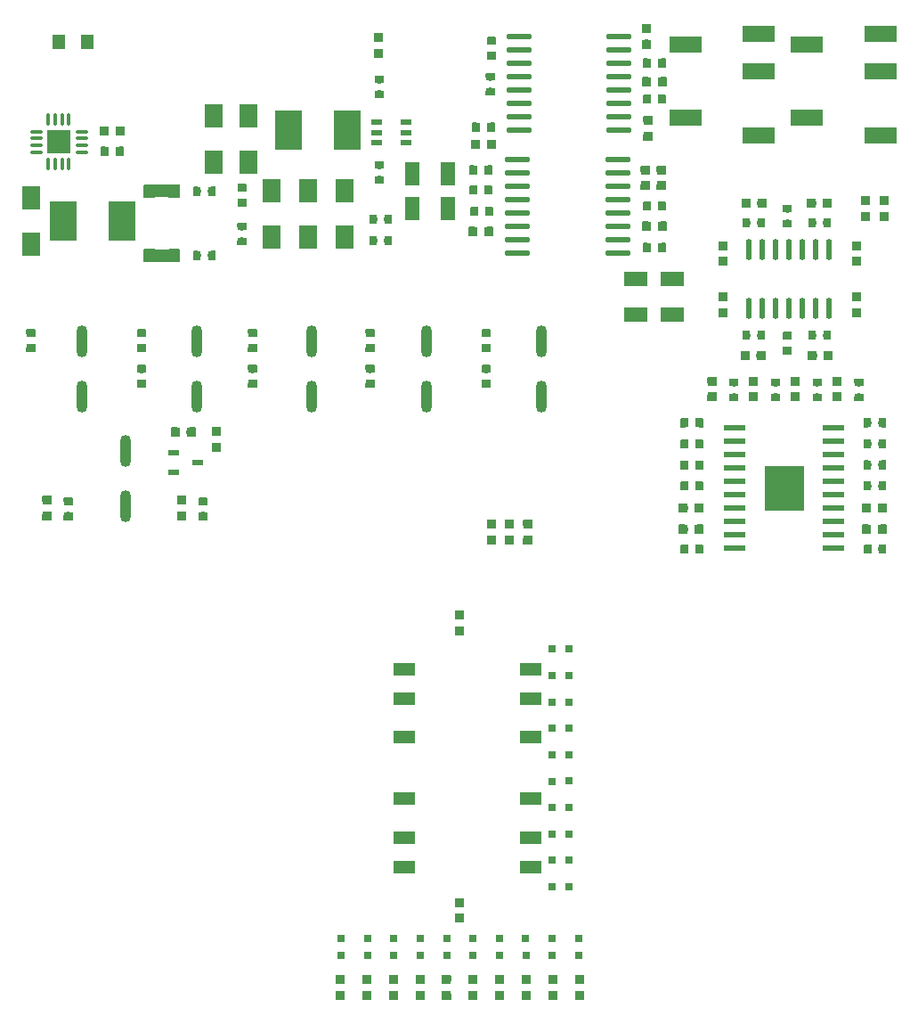
<source format=gtp>
G04*
G04 #@! TF.GenerationSoftware,Altium Limited,Altium Designer,20.2.6 (244)*
G04*
G04 Layer_Color=8421504*
%FSLAX24Y24*%
%MOIN*%
G70*
G04*
G04 #@! TF.SameCoordinates,B6A14326-B2C9-468C-B45E-93355CF85A49*
G04*
G04*
G04 #@! TF.FilePolarity,Positive*
G04*
G01*
G75*
%ADD19R,0.0874X0.0580*%
%ADD20R,0.0340X0.0318*%
%ADD21R,0.0984X0.1496*%
%ADD22R,0.0669X0.0860*%
%ADD23R,0.0315X0.0354*%
%ADD24R,0.0318X0.0340*%
%ADD25R,0.0787X0.0236*%
%ADD26R,0.1500X0.1701*%
%ADD27O,0.0226X0.0802*%
%ADD28O,0.0400X0.1200*%
%ADD29R,0.0354X0.0315*%
%ADD30R,0.0315X0.0315*%
%ADD31R,0.0421X0.0209*%
%ADD32O,0.0138X0.0500*%
%ADD33O,0.0500X0.0138*%
%ADD34R,0.0866X0.0866*%
%ADD35R,0.0472X0.0551*%
%ADD36R,0.1361X0.0505*%
%ADD37R,0.0394X0.0217*%
%ADD38R,0.0800X0.0500*%
%ADD39R,0.0315X0.0315*%
%ADD40R,0.1200X0.0600*%
%ADD41O,0.0945X0.0226*%
%ADD42R,0.0580X0.0874*%
G36*
X45370Y49227D02*
Y49029D01*
X45254Y48921D01*
X45146D01*
X45030Y49029D01*
Y49227D01*
X45055Y49252D01*
X45345D01*
X45370Y49227D01*
D02*
G37*
G36*
X35328Y48880D02*
Y48682D01*
X35213Y48574D01*
X35104D01*
X34988Y48682D01*
Y48880D01*
X35014Y48905D01*
X35303D01*
X35328Y48880D01*
D02*
G37*
G36*
X39570Y48749D02*
Y48633D01*
X39454Y48474D01*
X39346D01*
X39230Y48633D01*
Y48749D01*
X39255Y48774D01*
X39545D01*
X39570Y48749D01*
D02*
G37*
G36*
X45370Y48565D02*
Y48366D01*
X45345Y48341D01*
X45055D01*
X45030Y48366D01*
Y48565D01*
X45146Y48673D01*
X45254D01*
X45370Y48565D01*
D02*
G37*
G36*
X35328Y48218D02*
Y48020D01*
X35303Y47995D01*
X35014D01*
X34988Y48020D01*
Y48218D01*
X35104Y48326D01*
X35213D01*
X35328Y48218D01*
D02*
G37*
G36*
X39570Y48067D02*
Y47951D01*
X39545Y47926D01*
X39255D01*
X39230Y47951D01*
Y48067D01*
X39346Y48226D01*
X39454D01*
X39570Y48067D01*
D02*
G37*
G36*
X45918Y47945D02*
Y47655D01*
X45893Y47630D01*
X45777D01*
X45618Y47746D01*
Y47854D01*
X45777Y47970D01*
X45893D01*
X45918Y47945D01*
D02*
G37*
G36*
X45370Y47854D02*
Y47746D01*
X45211Y47630D01*
X45095D01*
X45070Y47655D01*
Y47945D01*
X45095Y47970D01*
X45211D01*
X45370Y47854D01*
D02*
G37*
G36*
X39520Y47399D02*
Y47283D01*
X39404Y47124D01*
X39296D01*
X39180Y47283D01*
Y47399D01*
X39205Y47424D01*
X39495D01*
X39520Y47399D01*
D02*
G37*
G36*
X35370Y47299D02*
Y47183D01*
X35254Y47024D01*
X35146D01*
X35030Y47183D01*
Y47299D01*
X35055Y47324D01*
X35345D01*
X35370Y47299D01*
D02*
G37*
G36*
X45955Y47245D02*
Y46955D01*
X45930Y46930D01*
X45732D01*
X45624Y47046D01*
Y47154D01*
X45732Y47270D01*
X45930D01*
X45955Y47245D01*
D02*
G37*
G36*
X45376Y47154D02*
Y47046D01*
X45268Y46930D01*
X45070D01*
X45045Y46955D01*
Y47245D01*
X45070Y47270D01*
X45268D01*
X45376Y47154D01*
D02*
G37*
G36*
X39520Y46717D02*
Y46601D01*
X39495Y46576D01*
X39205D01*
X39180Y46601D01*
Y46717D01*
X39296Y46876D01*
X39404D01*
X39520Y46717D01*
D02*
G37*
G36*
X35370Y46617D02*
Y46501D01*
X35345Y46476D01*
X35055D01*
X35030Y46501D01*
Y46617D01*
X35146Y46776D01*
X35254D01*
X35370Y46617D01*
D02*
G37*
G36*
X45924Y46595D02*
Y46305D01*
X45899Y46280D01*
X45783D01*
X45624Y46396D01*
Y46504D01*
X45783Y46620D01*
X45899D01*
X45924Y46595D01*
D02*
G37*
G36*
X45376Y46504D02*
Y46396D01*
X45217Y46280D01*
X45101D01*
X45076Y46305D01*
Y46595D01*
X45101Y46620D01*
X45217D01*
X45376Y46504D01*
D02*
G37*
G36*
X45420Y45780D02*
Y45582D01*
X45304Y45474D01*
X45196D01*
X45080Y45582D01*
Y45780D01*
X45105Y45805D01*
X45395D01*
X45420Y45780D01*
D02*
G37*
G36*
X39524Y45545D02*
Y45255D01*
X39499Y45230D01*
X39383D01*
X39224Y45346D01*
Y45454D01*
X39383Y45570D01*
X39499D01*
X39524Y45545D01*
D02*
G37*
G36*
X38976Y45454D02*
Y45346D01*
X38817Y45230D01*
X38701D01*
X38676Y45255D01*
Y45545D01*
X38701Y45570D01*
X38817D01*
X38976Y45454D01*
D02*
G37*
G36*
X25655Y45395D02*
Y45105D01*
X25630Y45080D01*
X25432D01*
X25324Y45196D01*
Y45304D01*
X25432Y45420D01*
X25630D01*
X25655Y45395D01*
D02*
G37*
G36*
X25076Y45304D02*
Y45196D01*
X24968Y45080D01*
X24770D01*
X24745Y45105D01*
Y45395D01*
X24770Y45420D01*
X24968D01*
X25076Y45304D01*
D02*
G37*
G36*
X45420Y45118D02*
Y44920D01*
X45395Y44895D01*
X45105D01*
X45080Y44920D01*
Y45118D01*
X45196Y45226D01*
X45304D01*
X45420Y45118D01*
D02*
G37*
G36*
X39555Y44895D02*
Y44605D01*
X39530Y44580D01*
X39332D01*
X39224Y44696D01*
Y44804D01*
X39332Y44920D01*
X39530D01*
X39555Y44895D01*
D02*
G37*
G36*
X38976Y44804D02*
Y44696D01*
X38868Y44580D01*
X38670D01*
X38645Y44605D01*
Y44895D01*
X38670Y44920D01*
X38868D01*
X38976Y44804D01*
D02*
G37*
G36*
X25624Y44645D02*
Y44355D01*
X25599Y44330D01*
X25483D01*
X25324Y44446D01*
Y44554D01*
X25483Y44670D01*
X25599D01*
X25624Y44645D01*
D02*
G37*
G36*
X25076Y44554D02*
Y44446D01*
X24917Y44330D01*
X24801D01*
X24776Y44355D01*
Y44645D01*
X24801Y44670D01*
X24917D01*
X25076Y44554D01*
D02*
G37*
G36*
X35368Y44099D02*
Y43983D01*
X35252Y43824D01*
X35143D01*
X35028Y43983D01*
Y44099D01*
X35053Y44124D01*
X35343D01*
X35368Y44099D01*
D02*
G37*
G36*
X39424Y43945D02*
Y43655D01*
X39399Y43630D01*
X39283D01*
X39124Y43746D01*
Y43854D01*
X39283Y43970D01*
X39399D01*
X39424Y43945D01*
D02*
G37*
G36*
X38876Y43854D02*
Y43746D01*
X38717Y43630D01*
X38601D01*
X38576Y43655D01*
Y43945D01*
X38601Y43970D01*
X38717D01*
X38876Y43854D01*
D02*
G37*
G36*
X45920Y43930D02*
Y43732D01*
X45804Y43624D01*
X45696D01*
X45580Y43732D01*
Y43930D01*
X45605Y43955D01*
X45895D01*
X45920Y43930D01*
D02*
G37*
G36*
X45320D02*
Y43732D01*
X45204Y43624D01*
X45096D01*
X44980Y43732D01*
Y43930D01*
X45005Y43955D01*
X45295D01*
X45320Y43930D01*
D02*
G37*
G36*
X35368Y43417D02*
Y43301D01*
X35343Y43276D01*
X35053D01*
X35028Y43301D01*
Y43417D01*
X35143Y43576D01*
X35252D01*
X35368Y43417D01*
D02*
G37*
G36*
X45920Y43268D02*
Y43070D01*
X45895Y43045D01*
X45605D01*
X45580Y43070D01*
Y43268D01*
X45696Y43376D01*
X45804D01*
X45920Y43268D01*
D02*
G37*
G36*
X45320D02*
Y43070D01*
X45295Y43045D01*
X45005D01*
X44980Y43070D01*
Y43268D01*
X45096Y43376D01*
X45204D01*
X45320Y43268D01*
D02*
G37*
G36*
X30222Y43249D02*
Y43133D01*
X30107Y42974D01*
X29998D01*
X29882Y43133D01*
Y43249D01*
X29907Y43274D01*
X30197D01*
X30222Y43249D01*
D02*
G37*
G36*
X39424Y43195D02*
Y42905D01*
X39399Y42880D01*
X39283D01*
X39124Y42996D01*
Y43104D01*
X39283Y43220D01*
X39399D01*
X39424Y43195D01*
D02*
G37*
G36*
X38876Y43104D02*
Y42996D01*
X38717Y42880D01*
X38601D01*
X38576Y42905D01*
Y43195D01*
X38601Y43220D01*
X38717D01*
X38876Y43104D01*
D02*
G37*
G36*
X29074Y43145D02*
Y42855D01*
X29049Y42830D01*
X28933D01*
X28774Y42946D01*
Y43054D01*
X28933Y43170D01*
X29049D01*
X29074Y43145D01*
D02*
G37*
G36*
X28526Y43054D02*
Y42946D01*
X28367Y42830D01*
X28251D01*
X28226Y42855D01*
Y43145D01*
X28251Y43170D01*
X28367D01*
X28526Y43054D01*
D02*
G37*
G36*
X27730Y43220D02*
Y42794D01*
X27691Y42755D01*
X27321D01*
X27281Y42794D01*
Y42887D01*
X27242Y42926D01*
X26858D01*
X26819Y42887D01*
Y42794D01*
X26779Y42755D01*
X26409D01*
X26370Y42794D01*
Y43220D01*
X26409Y43260D01*
X27691D01*
X27730Y43220D01*
D02*
G37*
G36*
X54270Y42780D02*
Y42582D01*
X54154Y42474D01*
X54046D01*
X53930Y42582D01*
Y42780D01*
X53955Y42805D01*
X54245D01*
X54270Y42780D01*
D02*
G37*
G36*
X53570D02*
Y42582D01*
X53454Y42474D01*
X53346D01*
X53230Y42582D01*
Y42780D01*
X53255Y42805D01*
X53545D01*
X53570Y42780D01*
D02*
G37*
G36*
X30222Y42567D02*
Y42451D01*
X30197Y42426D01*
X29907D01*
X29882Y42451D01*
Y42567D01*
X29998Y42726D01*
X30107D01*
X30222Y42567D01*
D02*
G37*
G36*
X52128Y42706D02*
Y42417D01*
X52102Y42392D01*
X51904D01*
X51796Y42507D01*
Y42616D01*
X51904Y42732D01*
X52102D01*
X52128Y42706D01*
D02*
G37*
G36*
X51548Y42616D02*
Y42507D01*
X51440Y42392D01*
X51242D01*
X51217Y42417D01*
Y42706D01*
X51242Y42732D01*
X51440D01*
X51548Y42616D01*
D02*
G37*
G36*
X49678Y42706D02*
Y42417D01*
X49652Y42392D01*
X49454D01*
X49346Y42507D01*
Y42616D01*
X49454Y42732D01*
X49652D01*
X49678Y42706D01*
D02*
G37*
G36*
X49098Y42616D02*
Y42507D01*
X48990Y42392D01*
X48792D01*
X48767Y42417D01*
Y42706D01*
X48792Y42732D01*
X48990D01*
X49098Y42616D01*
D02*
G37*
G36*
X45924Y42595D02*
Y42305D01*
X45899Y42280D01*
X45783D01*
X45624Y42396D01*
Y42504D01*
X45783Y42620D01*
X45899D01*
X45924Y42595D01*
D02*
G37*
G36*
X45376Y42504D02*
Y42396D01*
X45217Y42280D01*
X45101D01*
X45076Y42305D01*
Y42595D01*
X45101Y42620D01*
X45217D01*
X45376Y42504D01*
D02*
G37*
G36*
X50642Y42461D02*
Y42344D01*
X50527Y42186D01*
X50418D01*
X50302Y42344D01*
Y42461D01*
X50327Y42486D01*
X50617D01*
X50642Y42461D01*
D02*
G37*
G36*
X39449Y42395D02*
Y42105D01*
X39424Y42080D01*
X39307D01*
X39148Y42196D01*
Y42304D01*
X39307Y42420D01*
X39424D01*
X39449Y42395D01*
D02*
G37*
G36*
X38900Y42304D02*
Y42196D01*
X38742Y42080D01*
X38625D01*
X38600Y42105D01*
Y42395D01*
X38625Y42420D01*
X38742D01*
X38900Y42304D01*
D02*
G37*
G36*
X54270Y42118D02*
Y41920D01*
X54245Y41895D01*
X53955D01*
X53930Y41920D01*
Y42118D01*
X54046Y42226D01*
X54154D01*
X54270Y42118D01*
D02*
G37*
G36*
X53570D02*
Y41920D01*
X53545Y41895D01*
X53255D01*
X53230Y41920D01*
Y42118D01*
X53346Y42226D01*
X53454D01*
X53570Y42118D01*
D02*
G37*
G36*
X35674Y42095D02*
Y41805D01*
X35649Y41780D01*
X35533D01*
X35374Y41896D01*
Y42004D01*
X35533Y42120D01*
X35649D01*
X35674Y42095D01*
D02*
G37*
G36*
X35126Y42004D02*
Y41896D01*
X34967Y41780D01*
X34851D01*
X34826Y41805D01*
Y42095D01*
X34851Y42120D01*
X34967D01*
X35126Y42004D01*
D02*
G37*
G36*
X52106Y41965D02*
Y41676D01*
X52081Y41650D01*
X51964D01*
X51806Y41766D01*
Y41875D01*
X51964Y41991D01*
X52081D01*
X52106Y41965D01*
D02*
G37*
G36*
X51558Y41875D02*
Y41766D01*
X51399Y41650D01*
X51283D01*
X51257Y41676D01*
Y41965D01*
X51283Y41991D01*
X51399D01*
X51558Y41875D01*
D02*
G37*
G36*
X49641Y41963D02*
Y41673D01*
X49616Y41648D01*
X49499D01*
X49340Y41764D01*
Y41873D01*
X49499Y41988D01*
X49616D01*
X49641Y41963D01*
D02*
G37*
G36*
X49092Y41873D02*
Y41764D01*
X48934Y41648D01*
X48817D01*
X48792Y41673D01*
Y41963D01*
X48817Y41988D01*
X48934D01*
X49092Y41873D01*
D02*
G37*
G36*
X50642Y41779D02*
Y41662D01*
X50617Y41637D01*
X50327D01*
X50302Y41662D01*
Y41779D01*
X50418Y41938D01*
X50527D01*
X50642Y41779D01*
D02*
G37*
G36*
X45955Y41845D02*
Y41555D01*
X45930Y41530D01*
X45732D01*
X45624Y41646D01*
Y41754D01*
X45732Y41870D01*
X45930D01*
X45955Y41845D01*
D02*
G37*
G36*
X45376Y41754D02*
Y41646D01*
X45268Y41530D01*
X45070D01*
X45045Y41555D01*
Y41845D01*
X45070Y41870D01*
X45268D01*
X45376Y41754D01*
D02*
G37*
G36*
X30220Y41799D02*
Y41683D01*
X30104Y41524D01*
X29996D01*
X29880Y41683D01*
Y41799D01*
X29905Y41824D01*
X30195D01*
X30220Y41799D01*
D02*
G37*
G36*
X39455Y41645D02*
Y41355D01*
X39430Y41330D01*
X39232D01*
X39124Y41446D01*
Y41554D01*
X39232Y41670D01*
X39430D01*
X39455Y41645D01*
D02*
G37*
G36*
X38876Y41554D02*
Y41446D01*
X38768Y41330D01*
X38570D01*
X38545Y41355D01*
Y41645D01*
X38570Y41670D01*
X38768D01*
X38876Y41554D01*
D02*
G37*
G36*
X35674Y41295D02*
Y41005D01*
X35649Y40980D01*
X35533D01*
X35374Y41096D01*
Y41204D01*
X35533Y41320D01*
X35649D01*
X35674Y41295D01*
D02*
G37*
G36*
X35126Y41204D02*
Y41096D01*
X34967Y40980D01*
X34851D01*
X34826Y41005D01*
Y41295D01*
X34851Y41320D01*
X34967D01*
X35126Y41204D01*
D02*
G37*
G36*
X30220Y41117D02*
Y41001D01*
X30195Y40976D01*
X29905D01*
X29880Y41001D01*
Y41117D01*
X29996Y41276D01*
X30104D01*
X30220Y41117D01*
D02*
G37*
G36*
X53242Y41098D02*
Y40900D01*
X53127Y40792D01*
X53018D01*
X52902Y40900D01*
Y41098D01*
X52927Y41123D01*
X53217D01*
X53242Y41098D01*
D02*
G37*
G36*
X48242D02*
Y40900D01*
X48127Y40792D01*
X48018D01*
X47902Y40900D01*
Y41098D01*
X47927Y41123D01*
X48217D01*
X48242Y41098D01*
D02*
G37*
G36*
X45924Y41045D02*
Y40755D01*
X45899Y40730D01*
X45783D01*
X45624Y40846D01*
Y40954D01*
X45783Y41070D01*
X45899D01*
X45924Y41045D01*
D02*
G37*
G36*
X45376Y40954D02*
Y40846D01*
X45217Y40730D01*
X45101D01*
X45076Y40755D01*
Y41045D01*
X45101Y41070D01*
X45217D01*
X45376Y40954D01*
D02*
G37*
G36*
X27730Y40806D02*
Y40380D01*
X27691Y40340D01*
X26409D01*
X26370Y40380D01*
Y40806D01*
X26409Y40845D01*
X26779D01*
X26819Y40806D01*
Y40713D01*
X26858Y40674D01*
X27242D01*
X27281Y40713D01*
Y40806D01*
X27321Y40845D01*
X27691D01*
X27730Y40806D01*
D02*
G37*
G36*
X29074Y40745D02*
Y40455D01*
X29049Y40430D01*
X28933D01*
X28774Y40546D01*
Y40654D01*
X28933Y40770D01*
X29049D01*
X29074Y40745D01*
D02*
G37*
G36*
X28526Y40654D02*
Y40546D01*
X28367Y40430D01*
X28251D01*
X28226Y40455D01*
Y40745D01*
X28251Y40770D01*
X28367D01*
X28526Y40654D01*
D02*
G37*
G36*
X53242Y40436D02*
Y40237D01*
X53217Y40212D01*
X52927D01*
X52902Y40237D01*
Y40436D01*
X53018Y40544D01*
X53127D01*
X53242Y40436D01*
D02*
G37*
G36*
X48242D02*
Y40237D01*
X48217Y40212D01*
X47927D01*
X47902Y40237D01*
Y40436D01*
X48018Y40544D01*
X48127D01*
X48242Y40436D01*
D02*
G37*
G36*
X53242Y39186D02*
Y38988D01*
X53127Y38880D01*
X53018D01*
X52902Y38988D01*
Y39186D01*
X52927Y39211D01*
X53217D01*
X53242Y39186D01*
D02*
G37*
G36*
X48242D02*
Y38988D01*
X48127Y38880D01*
X48018D01*
X47902Y38988D01*
Y39186D01*
X47927Y39211D01*
X48217D01*
X48242Y39186D01*
D02*
G37*
G36*
X53242Y38524D02*
Y38325D01*
X53217Y38300D01*
X52927D01*
X52902Y38325D01*
Y38524D01*
X53018Y38632D01*
X53127D01*
X53242Y38524D01*
D02*
G37*
G36*
X48242D02*
Y38325D01*
X48217Y38300D01*
X47927D01*
X47902Y38325D01*
Y38524D01*
X48018Y38632D01*
X48127D01*
X48242Y38524D01*
D02*
G37*
G36*
X39370Y37822D02*
Y37705D01*
X39254Y37547D01*
X39146D01*
X39030Y37705D01*
Y37822D01*
X39055Y37847D01*
X39345D01*
X39370Y37822D01*
D02*
G37*
G36*
X35020D02*
Y37705D01*
X34904Y37547D01*
X34796D01*
X34680Y37705D01*
Y37822D01*
X34705Y37847D01*
X34995D01*
X35020Y37822D01*
D02*
G37*
G36*
X30620D02*
Y37705D01*
X30504Y37547D01*
X30396D01*
X30280Y37705D01*
Y37822D01*
X30305Y37847D01*
X30595D01*
X30620Y37822D01*
D02*
G37*
G36*
X26470D02*
Y37705D01*
X26354Y37547D01*
X26246D01*
X26130Y37705D01*
Y37822D01*
X26155Y37847D01*
X26445D01*
X26470Y37822D01*
D02*
G37*
G36*
X22320Y37816D02*
Y37699D01*
X22204Y37541D01*
X22096D01*
X21980Y37699D01*
Y37816D01*
X22005Y37841D01*
X22295D01*
X22320Y37816D01*
D02*
G37*
G36*
X49635Y37756D02*
Y37467D01*
X49609Y37442D01*
X49493D01*
X49334Y37557D01*
Y37666D01*
X49493Y37782D01*
X49609D01*
X49635Y37756D01*
D02*
G37*
G36*
X49086Y37666D02*
Y37557D01*
X48928Y37442D01*
X48811D01*
X48786Y37467D01*
Y37756D01*
X48811Y37782D01*
X48928D01*
X49086Y37666D01*
D02*
G37*
G36*
X52112Y37754D02*
Y37465D01*
X52087Y37439D01*
X51970D01*
X51812Y37555D01*
Y37664D01*
X51970Y37780D01*
X52087D01*
X52112Y37754D01*
D02*
G37*
G36*
X51564Y37664D02*
Y37555D01*
X51405Y37439D01*
X51289D01*
X51263Y37465D01*
Y37754D01*
X51289Y37780D01*
X51405D01*
X51564Y37664D01*
D02*
G37*
G36*
X50642Y37711D02*
Y37594D01*
X50527Y37436D01*
X50418D01*
X50302Y37594D01*
Y37711D01*
X50327Y37736D01*
X50617D01*
X50642Y37711D01*
D02*
G37*
G36*
X39370Y37140D02*
Y37024D01*
X39345Y36998D01*
X39055D01*
X39030Y37024D01*
Y37140D01*
X39146Y37299D01*
X39254D01*
X39370Y37140D01*
D02*
G37*
G36*
X35020D02*
Y37024D01*
X34995Y36998D01*
X34705D01*
X34680Y37024D01*
Y37140D01*
X34796Y37299D01*
X34904D01*
X35020Y37140D01*
D02*
G37*
G36*
X30620D02*
Y37024D01*
X30595Y36998D01*
X30305D01*
X30280Y37024D01*
Y37140D01*
X30396Y37299D01*
X30504D01*
X30620Y37140D01*
D02*
G37*
G36*
X26470D02*
Y37024D01*
X26445Y36998D01*
X26155D01*
X26130Y37024D01*
Y37140D01*
X26246Y37299D01*
X26354D01*
X26470Y37140D01*
D02*
G37*
G36*
X22320Y37134D02*
Y37018D01*
X22295Y36992D01*
X22005D01*
X21980Y37018D01*
Y37134D01*
X22096Y37293D01*
X22204D01*
X22320Y37134D01*
D02*
G37*
G36*
X50642Y37029D02*
Y36912D01*
X50617Y36887D01*
X50327D01*
X50302Y36912D01*
Y37029D01*
X50418Y37188D01*
X50527D01*
X50642Y37029D01*
D02*
G37*
G36*
X52165Y37006D02*
Y36717D01*
X52140Y36692D01*
X51942D01*
X51834Y36807D01*
Y36916D01*
X51942Y37032D01*
X52140D01*
X52165Y37006D01*
D02*
G37*
G36*
X51586Y36916D02*
Y36807D01*
X51478Y36692D01*
X51280D01*
X51254Y36717D01*
Y37006D01*
X51280Y37032D01*
X51478D01*
X51586Y36916D01*
D02*
G37*
G36*
X49644Y37006D02*
Y36717D01*
X49618Y36692D01*
X49420D01*
X49312Y36807D01*
Y36916D01*
X49420Y37032D01*
X49618D01*
X49644Y37006D01*
D02*
G37*
G36*
X49064Y36916D02*
Y36807D01*
X48956Y36692D01*
X48758D01*
X48733Y36717D01*
Y37006D01*
X48758Y37032D01*
X48956D01*
X49064Y36916D01*
D02*
G37*
G36*
X39368Y36476D02*
Y36360D01*
X39252Y36201D01*
X39143D01*
X39028Y36360D01*
Y36476D01*
X39053Y36502D01*
X39343D01*
X39368Y36476D01*
D02*
G37*
G36*
X35018D02*
Y36360D01*
X34902Y36201D01*
X34793D01*
X34678Y36360D01*
Y36476D01*
X34703Y36502D01*
X34993D01*
X35018Y36476D01*
D02*
G37*
G36*
X30618D02*
Y36360D01*
X30502Y36201D01*
X30393D01*
X30278Y36360D01*
Y36476D01*
X30303Y36502D01*
X30593D01*
X30618Y36476D01*
D02*
G37*
G36*
X26468D02*
Y36360D01*
X26352Y36201D01*
X26243D01*
X26128Y36360D01*
Y36476D01*
X26153Y36502D01*
X26443D01*
X26468Y36476D01*
D02*
G37*
G36*
X52501Y36034D02*
Y35836D01*
X52385Y35728D01*
X52276D01*
X52160Y35836D01*
Y36034D01*
X52186Y36059D01*
X52475D01*
X52501Y36034D01*
D02*
G37*
G36*
X50940D02*
Y35836D01*
X50825Y35728D01*
X50716D01*
X50600Y35836D01*
Y36034D01*
X50625Y36059D01*
X50915D01*
X50940Y36034D01*
D02*
G37*
G36*
X49380D02*
Y35836D01*
X49265Y35728D01*
X49156D01*
X49040Y35836D01*
Y36034D01*
X49065Y36059D01*
X49355D01*
X49380Y36034D01*
D02*
G37*
G36*
X47820D02*
Y35836D01*
X47704Y35728D01*
X47596D01*
X47480Y35836D01*
Y36034D01*
X47505Y36059D01*
X47795D01*
X47820Y36034D01*
D02*
G37*
G36*
X53320Y35975D02*
Y35858D01*
X53204Y35700D01*
X53096D01*
X52980Y35858D01*
Y35975D01*
X53005Y36000D01*
X53295D01*
X53320Y35975D01*
D02*
G37*
G36*
X51760D02*
Y35858D01*
X51644Y35700D01*
X51535D01*
X51420Y35858D01*
Y35975D01*
X51445Y36000D01*
X51735D01*
X51760Y35975D01*
D02*
G37*
G36*
X50200D02*
Y35858D01*
X50084Y35700D01*
X49975D01*
X49860Y35858D01*
Y35975D01*
X49885Y36000D01*
X50175D01*
X50200Y35975D01*
D02*
G37*
G36*
X48640D02*
Y35858D01*
X48524Y35700D01*
X48415D01*
X48299Y35858D01*
Y35975D01*
X48325Y36000D01*
X48614D01*
X48640Y35975D01*
D02*
G37*
G36*
X39368Y35795D02*
Y35678D01*
X39343Y35653D01*
X39053D01*
X39028Y35678D01*
Y35795D01*
X39143Y35953D01*
X39252D01*
X39368Y35795D01*
D02*
G37*
G36*
X35018D02*
Y35678D01*
X34993Y35653D01*
X34703D01*
X34678Y35678D01*
Y35795D01*
X34793Y35953D01*
X34902D01*
X35018Y35795D01*
D02*
G37*
G36*
X30618D02*
Y35678D01*
X30593Y35653D01*
X30303D01*
X30278Y35678D01*
Y35795D01*
X30393Y35953D01*
X30502D01*
X30618Y35795D01*
D02*
G37*
G36*
X26468D02*
Y35678D01*
X26443Y35653D01*
X26153D01*
X26128Y35678D01*
Y35795D01*
X26243Y35953D01*
X26352D01*
X26468Y35795D01*
D02*
G37*
G36*
X53320Y35293D02*
Y35176D01*
X53295Y35151D01*
X53005D01*
X52980Y35176D01*
Y35293D01*
X53096Y35452D01*
X53204D01*
X53320Y35293D01*
D02*
G37*
G36*
X51760D02*
Y35176D01*
X51735Y35151D01*
X51445D01*
X51420Y35176D01*
Y35293D01*
X51535Y35452D01*
X51644D01*
X51760Y35293D01*
D02*
G37*
G36*
X50200D02*
Y35176D01*
X50175Y35151D01*
X49885D01*
X49860Y35176D01*
Y35293D01*
X49975Y35452D01*
X50084D01*
X50200Y35293D01*
D02*
G37*
G36*
X48640D02*
Y35176D01*
X48614Y35151D01*
X48325D01*
X48299Y35176D01*
Y35293D01*
X48415Y35452D01*
X48524D01*
X48640Y35293D01*
D02*
G37*
G36*
X52501Y35372D02*
Y35173D01*
X52475Y35148D01*
X52186D01*
X52160Y35173D01*
Y35372D01*
X52276Y35480D01*
X52385D01*
X52501Y35372D01*
D02*
G37*
G36*
X50940D02*
Y35173D01*
X50915Y35148D01*
X50625D01*
X50600Y35173D01*
Y35372D01*
X50716Y35480D01*
X50825D01*
X50940Y35372D01*
D02*
G37*
G36*
X49380D02*
Y35173D01*
X49355Y35148D01*
X49065D01*
X49040Y35173D01*
Y35372D01*
X49156Y35480D01*
X49265D01*
X49380Y35372D01*
D02*
G37*
G36*
X47820D02*
Y35173D01*
X47795Y35148D01*
X47505D01*
X47480Y35173D01*
Y35372D01*
X47596Y35480D01*
X47704D01*
X47820Y35372D01*
D02*
G37*
G36*
X54174Y34482D02*
Y34192D01*
X54149Y34167D01*
X54033D01*
X53874Y34283D01*
Y34391D01*
X54033Y34507D01*
X54149D01*
X54174Y34482D01*
D02*
G37*
G36*
X53626Y34391D02*
Y34283D01*
X53467Y34167D01*
X53351D01*
X53326Y34192D01*
Y34482D01*
X53351Y34507D01*
X53467D01*
X53626Y34391D01*
D02*
G37*
G36*
X47324Y34480D02*
Y34190D01*
X47299Y34165D01*
X47183D01*
X47024Y34280D01*
Y34389D01*
X47183Y34505D01*
X47299D01*
X47324Y34480D01*
D02*
G37*
G36*
X46776Y34389D02*
Y34280D01*
X46617Y34165D01*
X46501D01*
X46476Y34190D01*
Y34480D01*
X46501Y34505D01*
X46617D01*
X46776Y34389D01*
D02*
G37*
G36*
X29270Y34145D02*
Y33947D01*
X29154Y33839D01*
X29046D01*
X28930Y33947D01*
Y34145D01*
X28955Y34170D01*
X29245D01*
X29270Y34145D01*
D02*
G37*
G36*
X28309D02*
Y33855D01*
X28284Y33830D01*
X28085D01*
X27977Y33946D01*
Y34054D01*
X28085Y34170D01*
X28284D01*
X28309Y34145D01*
D02*
G37*
G36*
X27729Y34054D02*
Y33946D01*
X27621Y33830D01*
X27423D01*
X27398Y33855D01*
Y34145D01*
X27423Y34170D01*
X27621D01*
X27729Y34054D01*
D02*
G37*
G36*
X54174Y33696D02*
Y33406D01*
X54149Y33381D01*
X54033D01*
X53874Y33497D01*
Y33606D01*
X54033Y33721D01*
X54149D01*
X54174Y33696D01*
D02*
G37*
G36*
X53626Y33606D02*
Y33497D01*
X53467Y33381D01*
X53351D01*
X53326Y33406D01*
Y33696D01*
X53351Y33721D01*
X53467D01*
X53626Y33606D01*
D02*
G37*
G36*
X47324Y33694D02*
Y33404D01*
X47299Y33379D01*
X47183D01*
X47024Y33495D01*
Y33604D01*
X47183Y33719D01*
X47299D01*
X47324Y33694D01*
D02*
G37*
G36*
X46776Y33604D02*
Y33495D01*
X46617Y33379D01*
X46501D01*
X46476Y33404D01*
Y33694D01*
X46501Y33719D01*
X46617D01*
X46776Y33604D01*
D02*
G37*
G36*
X29270Y33483D02*
Y33285D01*
X29245Y33259D01*
X28955D01*
X28930Y33285D01*
Y33483D01*
X29046Y33591D01*
X29154D01*
X29270Y33483D01*
D02*
G37*
G36*
X54174Y32910D02*
Y32621D01*
X54149Y32595D01*
X54033D01*
X53874Y32711D01*
Y32820D01*
X54033Y32936D01*
X54149D01*
X54174Y32910D01*
D02*
G37*
G36*
X53626Y32820D02*
Y32711D01*
X53467Y32595D01*
X53351D01*
X53326Y32621D01*
Y32910D01*
X53351Y32936D01*
X53467D01*
X53626Y32820D01*
D02*
G37*
G36*
X47324Y32908D02*
Y32618D01*
X47299Y32593D01*
X47183D01*
X47024Y32709D01*
Y32818D01*
X47183Y32933D01*
X47299D01*
X47324Y32908D01*
D02*
G37*
G36*
X46776Y32818D02*
Y32709D01*
X46617Y32593D01*
X46501D01*
X46476Y32618D01*
Y32908D01*
X46501Y32933D01*
X46617D01*
X46776Y32818D01*
D02*
G37*
G36*
X54174Y32125D02*
Y31835D01*
X54149Y31810D01*
X54033D01*
X53874Y31925D01*
Y32034D01*
X54033Y32150D01*
X54149D01*
X54174Y32125D01*
D02*
G37*
G36*
X53626Y32034D02*
Y31925D01*
X53467Y31810D01*
X53351D01*
X53326Y31835D01*
Y32125D01*
X53351Y32150D01*
X53467D01*
X53626Y32034D01*
D02*
G37*
G36*
X47324Y32123D02*
Y31833D01*
X47299Y31808D01*
X47183D01*
X47024Y31923D01*
Y32032D01*
X47183Y32148D01*
X47299D01*
X47324Y32123D01*
D02*
G37*
G36*
X46776Y32032D02*
Y31923D01*
X46617Y31808D01*
X46501D01*
X46476Y31833D01*
Y32123D01*
X46501Y32148D01*
X46617D01*
X46776Y32032D01*
D02*
G37*
G36*
X27970Y31584D02*
Y31386D01*
X27854Y31278D01*
X27746D01*
X27630Y31386D01*
Y31584D01*
X27655Y31609D01*
X27945D01*
X27970Y31584D01*
D02*
G37*
G36*
X22920D02*
Y31386D01*
X22804Y31278D01*
X22696D01*
X22580Y31386D01*
Y31584D01*
X22605Y31609D01*
X22895D01*
X22920Y31584D01*
D02*
G37*
G36*
X28770Y31525D02*
Y31408D01*
X28654Y31250D01*
X28546D01*
X28430Y31408D01*
Y31525D01*
X28455Y31550D01*
X28745D01*
X28770Y31525D01*
D02*
G37*
G36*
X23720D02*
Y31408D01*
X23604Y31250D01*
X23496D01*
X23380Y31408D01*
Y31525D01*
X23405Y31550D01*
X23695D01*
X23720Y31525D01*
D02*
G37*
G36*
X54183Y31297D02*
Y31008D01*
X54158Y30982D01*
X53960D01*
X53852Y31098D01*
Y31207D01*
X53960Y31323D01*
X54158D01*
X54183Y31297D01*
D02*
G37*
G36*
X53604Y31207D02*
Y31098D01*
X53496Y30982D01*
X53298D01*
X53273Y31008D01*
Y31297D01*
X53298Y31323D01*
X53496D01*
X53604Y31207D01*
D02*
G37*
G36*
X47327Y31297D02*
Y31008D01*
X47302Y30982D01*
X47104D01*
X46996Y31098D01*
Y31207D01*
X47104Y31323D01*
X47302D01*
X47327Y31297D01*
D02*
G37*
G36*
X46748Y31207D02*
Y31098D01*
X46640Y30982D01*
X46442D01*
X46417Y31008D01*
Y31297D01*
X46442Y31323D01*
X46640D01*
X46748Y31207D01*
D02*
G37*
G36*
X28770Y30843D02*
Y30726D01*
X28745Y30701D01*
X28455D01*
X28430Y30726D01*
Y30843D01*
X28546Y31002D01*
X28654D01*
X28770Y30843D01*
D02*
G37*
G36*
X23720D02*
Y30726D01*
X23695Y30701D01*
X23405D01*
X23380Y30726D01*
Y30843D01*
X23496Y31002D01*
X23604D01*
X23720Y30843D01*
D02*
G37*
G36*
X27970Y30922D02*
Y30723D01*
X27945Y30698D01*
X27655D01*
X27630Y30723D01*
Y30922D01*
X27746Y31030D01*
X27854D01*
X27970Y30922D01*
D02*
G37*
G36*
X22920D02*
Y30723D01*
X22895Y30698D01*
X22605D01*
X22580Y30723D01*
Y30922D01*
X22696Y31030D01*
X22804D01*
X22920Y30922D01*
D02*
G37*
G36*
X40920Y30680D02*
Y30482D01*
X40804Y30374D01*
X40696D01*
X40580Y30482D01*
Y30680D01*
X40605Y30705D01*
X40895D01*
X40920Y30680D01*
D02*
G37*
G36*
X40245D02*
Y30482D01*
X40129Y30374D01*
X40021D01*
X39905Y30482D01*
Y30680D01*
X39930Y30705D01*
X40220D01*
X40245Y30680D01*
D02*
G37*
G36*
X39570D02*
Y30482D01*
X39454Y30374D01*
X39346D01*
X39230Y30482D01*
Y30680D01*
X39255Y30705D01*
X39545D01*
X39570Y30680D01*
D02*
G37*
G36*
X54183Y30512D02*
Y30222D01*
X54158Y30197D01*
X53960D01*
X53852Y30312D01*
Y30421D01*
X53960Y30537D01*
X54158D01*
X54183Y30512D01*
D02*
G37*
G36*
X53604Y30421D02*
Y30312D01*
X53496Y30197D01*
X53298D01*
X53273Y30222D01*
Y30512D01*
X53298Y30537D01*
X53496D01*
X53604Y30421D01*
D02*
G37*
G36*
X47327Y30512D02*
Y30222D01*
X47302Y30197D01*
X47104D01*
X46996Y30312D01*
Y30421D01*
X47104Y30537D01*
X47302D01*
X47327Y30512D01*
D02*
G37*
G36*
X46748Y30421D02*
Y30312D01*
X46640Y30197D01*
X46442D01*
X46417Y30222D01*
Y30512D01*
X46442Y30537D01*
X46640D01*
X46748Y30421D01*
D02*
G37*
G36*
X40920Y30018D02*
Y29820D01*
X40895Y29795D01*
X40605D01*
X40580Y29820D01*
Y30018D01*
X40696Y30126D01*
X40804D01*
X40920Y30018D01*
D02*
G37*
G36*
X40245D02*
Y29820D01*
X40220Y29795D01*
X39930D01*
X39905Y29820D01*
Y30018D01*
X40021Y30126D01*
X40129D01*
X40245Y30018D01*
D02*
G37*
G36*
X39570D02*
Y29820D01*
X39545Y29795D01*
X39255D01*
X39230Y29820D01*
Y30018D01*
X39346Y30126D01*
X39454D01*
X39570Y30018D01*
D02*
G37*
G36*
X54180Y29765D02*
Y29476D01*
X54155Y29450D01*
X54039D01*
X53880Y29566D01*
Y29675D01*
X54039Y29791D01*
X54155D01*
X54180Y29765D01*
D02*
G37*
G36*
X53632Y29675D02*
Y29566D01*
X53473Y29450D01*
X53357D01*
X53332Y29476D01*
Y29765D01*
X53357Y29791D01*
X53473D01*
X53632Y29675D01*
D02*
G37*
G36*
X47324Y29765D02*
Y29476D01*
X47299Y29450D01*
X47183D01*
X47024Y29566D01*
Y29675D01*
X47183Y29791D01*
X47299D01*
X47324Y29765D01*
D02*
G37*
G36*
X46776Y29675D02*
Y29566D01*
X46617Y29450D01*
X46501D01*
X46476Y29476D01*
Y29765D01*
X46501Y29791D01*
X46617D01*
X46776Y29675D01*
D02*
G37*
G36*
X38370Y27280D02*
Y27082D01*
X38254Y26974D01*
X38146D01*
X38030Y27082D01*
Y27280D01*
X38055Y27305D01*
X38345D01*
X38370Y27280D01*
D02*
G37*
G36*
Y26618D02*
Y26420D01*
X38345Y26395D01*
X38055D01*
X38030Y26420D01*
Y26618D01*
X38146Y26726D01*
X38254D01*
X38370Y26618D01*
D02*
G37*
G36*
Y16530D02*
Y16332D01*
X38254Y16224D01*
X38146D01*
X38030Y16332D01*
Y16530D01*
X38055Y16555D01*
X38345D01*
X38370Y16530D01*
D02*
G37*
G36*
Y15868D02*
Y15670D01*
X38345Y15645D01*
X38055D01*
X38030Y15670D01*
Y15868D01*
X38146Y15976D01*
X38254D01*
X38370Y15868D01*
D02*
G37*
G36*
X42860Y13650D02*
Y13452D01*
X42744Y13344D01*
X42635D01*
X42520Y13452D01*
Y13650D01*
X42545Y13675D01*
X42835D01*
X42860Y13650D01*
D02*
G37*
G36*
X41864D02*
Y13452D01*
X41749Y13344D01*
X41640D01*
X41524Y13452D01*
Y13650D01*
X41550Y13675D01*
X41839D01*
X41864Y13650D01*
D02*
G37*
G36*
X40869D02*
Y13452D01*
X40753Y13344D01*
X40644D01*
X40529Y13452D01*
Y13650D01*
X40554Y13675D01*
X40844D01*
X40869Y13650D01*
D02*
G37*
G36*
X39873D02*
Y13452D01*
X39758Y13344D01*
X39649D01*
X39533Y13452D01*
Y13650D01*
X39558Y13675D01*
X39848D01*
X39873Y13650D01*
D02*
G37*
G36*
X38878D02*
Y13452D01*
X38762Y13344D01*
X38653D01*
X38538Y13452D01*
Y13650D01*
X38563Y13675D01*
X38853D01*
X38878Y13650D01*
D02*
G37*
G36*
X37882D02*
Y13452D01*
X37767Y13344D01*
X37658D01*
X37542Y13452D01*
Y13650D01*
X37567Y13675D01*
X37857D01*
X37882Y13650D01*
D02*
G37*
G36*
X36887D02*
Y13452D01*
X36771Y13344D01*
X36662D01*
X36547Y13452D01*
Y13650D01*
X36572Y13675D01*
X36862D01*
X36887Y13650D01*
D02*
G37*
G36*
X35891D02*
Y13452D01*
X35776Y13344D01*
X35667D01*
X35551Y13452D01*
Y13650D01*
X35576Y13675D01*
X35866D01*
X35891Y13650D01*
D02*
G37*
G36*
X34896D02*
Y13452D01*
X34780Y13344D01*
X34671D01*
X34556Y13452D01*
Y13650D01*
X34581Y13675D01*
X34871D01*
X34896Y13650D01*
D02*
G37*
G36*
X33900D02*
Y13452D01*
X33785Y13344D01*
X33676D01*
X33560Y13452D01*
Y13650D01*
X33585Y13675D01*
X33875D01*
X33900Y13650D01*
D02*
G37*
G36*
X42860Y12988D02*
Y12790D01*
X42835Y12765D01*
X42545D01*
X42520Y12790D01*
Y12988D01*
X42635Y13096D01*
X42744D01*
X42860Y12988D01*
D02*
G37*
G36*
X41864D02*
Y12790D01*
X41839Y12765D01*
X41550D01*
X41524Y12790D01*
Y12988D01*
X41640Y13096D01*
X41749D01*
X41864Y12988D01*
D02*
G37*
G36*
X40869D02*
Y12790D01*
X40844Y12765D01*
X40554D01*
X40529Y12790D01*
Y12988D01*
X40644Y13096D01*
X40753D01*
X40869Y12988D01*
D02*
G37*
G36*
X39873D02*
Y12790D01*
X39848Y12765D01*
X39558D01*
X39533Y12790D01*
Y12988D01*
X39649Y13096D01*
X39758D01*
X39873Y12988D01*
D02*
G37*
G36*
X38878D02*
Y12790D01*
X38853Y12765D01*
X38563D01*
X38538Y12790D01*
Y12988D01*
X38653Y13096D01*
X38762D01*
X38878Y12988D01*
D02*
G37*
G36*
X37882D02*
Y12790D01*
X37857Y12765D01*
X37567D01*
X37542Y12790D01*
Y12988D01*
X37658Y13096D01*
X37767D01*
X37882Y12988D01*
D02*
G37*
G36*
X36887D02*
Y12790D01*
X36862Y12765D01*
X36572D01*
X36547Y12790D01*
Y12988D01*
X36662Y13096D01*
X36771D01*
X36887Y12988D01*
D02*
G37*
G36*
X35891D02*
Y12790D01*
X35866Y12765D01*
X35576D01*
X35551Y12790D01*
Y12988D01*
X35667Y13096D01*
X35776D01*
X35891Y12988D01*
D02*
G37*
G36*
X34896D02*
Y12790D01*
X34871Y12765D01*
X34581D01*
X34556Y12790D01*
Y12988D01*
X34671Y13096D01*
X34780D01*
X34896Y12988D01*
D02*
G37*
G36*
X33900D02*
Y12790D01*
X33875Y12765D01*
X33585D01*
X33560Y12790D01*
Y12988D01*
X33676Y13096D01*
X33785D01*
X33900Y12988D01*
D02*
G37*
D19*
X46150Y38380D02*
D03*
Y39720D02*
D03*
X44800Y38380D02*
D03*
Y39720D02*
D03*
D20*
X38200Y15803D02*
D03*
Y16397D02*
D03*
Y26553D02*
D03*
Y27147D02*
D03*
X40075Y29953D02*
D03*
Y30547D02*
D03*
X39400Y29953D02*
D03*
Y30547D02*
D03*
X42690Y12923D02*
D03*
Y13517D02*
D03*
X39703Y12923D02*
D03*
Y13517D02*
D03*
X38708Y12923D02*
D03*
Y13517D02*
D03*
X41694Y12923D02*
D03*
Y13517D02*
D03*
X40699Y12923D02*
D03*
Y13517D02*
D03*
X34726Y12923D02*
D03*
Y13517D02*
D03*
X33730Y12923D02*
D03*
Y13517D02*
D03*
X35721Y12923D02*
D03*
Y13517D02*
D03*
X37712Y12923D02*
D03*
Y13517D02*
D03*
X36717Y12923D02*
D03*
Y13517D02*
D03*
X29100Y34011D02*
D03*
Y33418D02*
D03*
X27800Y30857D02*
D03*
Y31450D02*
D03*
X22750Y30857D02*
D03*
Y31450D02*
D03*
X40750Y29953D02*
D03*
Y30547D02*
D03*
X35158Y48153D02*
D03*
Y48747D02*
D03*
X48072Y40371D02*
D03*
Y40964D02*
D03*
Y38459D02*
D03*
Y39052D02*
D03*
X53072Y40964D02*
D03*
Y40371D02*
D03*
Y39052D02*
D03*
Y38459D02*
D03*
X45150Y43203D02*
D03*
Y43797D02*
D03*
X45750Y43203D02*
D03*
Y43797D02*
D03*
X54100Y42647D02*
D03*
Y42053D02*
D03*
X53400D02*
D03*
Y42647D02*
D03*
X52330Y35307D02*
D03*
Y35900D02*
D03*
X50770Y35307D02*
D03*
Y35900D02*
D03*
X47650Y35307D02*
D03*
Y35900D02*
D03*
X49210Y35307D02*
D03*
Y35900D02*
D03*
X45250Y45053D02*
D03*
Y45647D02*
D03*
X45200Y48500D02*
D03*
Y49093D02*
D03*
D21*
X25552Y41900D02*
D03*
X23348D02*
D03*
X31798Y45300D02*
D03*
X34002D02*
D03*
D22*
X29000Y44084D02*
D03*
Y45816D02*
D03*
X30300Y44084D02*
D03*
Y45816D02*
D03*
X22150Y41034D02*
D03*
Y42766D02*
D03*
X31150Y43016D02*
D03*
Y41284D02*
D03*
X33900D02*
D03*
Y43016D02*
D03*
X32521D02*
D03*
Y41284D02*
D03*
D23*
X54032Y29620D02*
D03*
X53481D02*
D03*
X53474Y31980D02*
D03*
X54026D02*
D03*
X53474Y32766D02*
D03*
X54026D02*
D03*
X53474Y33551D02*
D03*
X54026D02*
D03*
X53474Y34337D02*
D03*
X54026D02*
D03*
X24924Y44500D02*
D03*
X25476D02*
D03*
X28374Y40600D02*
D03*
X28926D02*
D03*
X28374Y43000D02*
D03*
X28926D02*
D03*
X34974Y41950D02*
D03*
X35526D02*
D03*
X34974Y41150D02*
D03*
X35526D02*
D03*
X48941Y41818D02*
D03*
X49492D02*
D03*
X49486Y37612D02*
D03*
X48935D02*
D03*
X51957Y41820D02*
D03*
X51406D02*
D03*
X51412Y37609D02*
D03*
X51963D02*
D03*
X39300Y42250D02*
D03*
X38749D02*
D03*
X45224Y40900D02*
D03*
X45776D02*
D03*
X46624Y32763D02*
D03*
X47176D02*
D03*
X46624Y31978D02*
D03*
X47176D02*
D03*
X46624Y33549D02*
D03*
X47176D02*
D03*
X46624Y34335D02*
D03*
X47176D02*
D03*
X39276Y43050D02*
D03*
X38724D02*
D03*
X45776Y42450D02*
D03*
X45224D02*
D03*
X38724Y43800D02*
D03*
X39276D02*
D03*
X46624Y29620D02*
D03*
X47176D02*
D03*
X39376Y45400D02*
D03*
X38824D02*
D03*
X45224Y46450D02*
D03*
X45776D02*
D03*
X45769Y47800D02*
D03*
X45218D02*
D03*
D24*
X54025Y31152D02*
D03*
X53432D02*
D03*
X54025Y30367D02*
D03*
X53432D02*
D03*
X48926Y42562D02*
D03*
X49519D02*
D03*
X51969D02*
D03*
X51376D02*
D03*
X27557Y34000D02*
D03*
X28150D02*
D03*
X25497Y45250D02*
D03*
X24903D02*
D03*
X48892Y36862D02*
D03*
X49485D02*
D03*
X52006D02*
D03*
X51413D02*
D03*
X45797Y41700D02*
D03*
X45203D02*
D03*
X39297Y41500D02*
D03*
X38703D02*
D03*
X47169Y31152D02*
D03*
X46575D02*
D03*
X47169Y30367D02*
D03*
X46575D02*
D03*
X39397Y44750D02*
D03*
X38803D02*
D03*
X45797Y47100D02*
D03*
X45203D02*
D03*
D25*
X48500Y34150D02*
D03*
Y33650D02*
D03*
Y33150D02*
D03*
Y32650D02*
D03*
Y32150D02*
D03*
Y31650D02*
D03*
Y31150D02*
D03*
Y30650D02*
D03*
Y30150D02*
D03*
Y29650D02*
D03*
X52200Y29650D02*
D03*
Y30150D02*
D03*
Y30650D02*
D03*
Y31150D02*
D03*
Y31650D02*
D03*
Y32150D02*
D03*
Y32650D02*
D03*
Y33150D02*
D03*
Y33650D02*
D03*
Y34150D02*
D03*
D26*
X50350Y31900D02*
D03*
D27*
X49022Y38621D02*
D03*
X49522D02*
D03*
X50022D02*
D03*
X50522D02*
D03*
X51022D02*
D03*
X51522D02*
D03*
X52022D02*
D03*
X49022Y40802D02*
D03*
X49522D02*
D03*
X50022D02*
D03*
X50522D02*
D03*
X51022D02*
D03*
X51522D02*
D03*
X52022D02*
D03*
D28*
X28350Y35320D02*
D03*
Y37380D02*
D03*
X25700Y33280D02*
D03*
Y31220D02*
D03*
X24050Y37380D02*
D03*
Y35320D02*
D03*
X36950Y37380D02*
D03*
Y35320D02*
D03*
X32650D02*
D03*
Y37380D02*
D03*
X41250Y35320D02*
D03*
Y37380D02*
D03*
D29*
X26300Y37698D02*
D03*
Y37147D02*
D03*
X26298Y35802D02*
D03*
Y36353D02*
D03*
X28600Y31401D02*
D03*
Y30850D02*
D03*
X22150Y37692D02*
D03*
Y37141D02*
D03*
X23550Y31401D02*
D03*
Y30850D02*
D03*
X34848Y36353D02*
D03*
Y35802D02*
D03*
X34850Y37147D02*
D03*
Y37698D02*
D03*
X35200Y46624D02*
D03*
Y47176D02*
D03*
X35198Y43976D02*
D03*
Y43424D02*
D03*
X30050Y41676D02*
D03*
Y41124D02*
D03*
X30052Y42574D02*
D03*
Y43126D02*
D03*
X30450Y37147D02*
D03*
Y37698D02*
D03*
X30448Y36353D02*
D03*
Y35802D02*
D03*
X39198Y36353D02*
D03*
Y35802D02*
D03*
X39200Y37147D02*
D03*
Y37698D02*
D03*
X50472Y42337D02*
D03*
Y41786D02*
D03*
Y37036D02*
D03*
Y37587D02*
D03*
X39350Y47276D02*
D03*
Y46724D02*
D03*
X48470Y35851D02*
D03*
Y35300D02*
D03*
X53150Y35851D02*
D03*
Y35300D02*
D03*
X50030Y35851D02*
D03*
Y35300D02*
D03*
X51590Y35851D02*
D03*
Y35300D02*
D03*
X39400Y48626D02*
D03*
Y48074D02*
D03*
D30*
X41675Y25871D02*
D03*
X42305Y25874D02*
D03*
X41675Y24884D02*
D03*
X42305Y24886D02*
D03*
X41675Y23896D02*
D03*
X42305Y23899D02*
D03*
X41675Y22908D02*
D03*
X42305Y22911D02*
D03*
X41675Y21920D02*
D03*
X42305Y21923D02*
D03*
X41675Y20933D02*
D03*
X42305Y20935D02*
D03*
X41675Y19945D02*
D03*
X42305Y19948D02*
D03*
X41675Y18957D02*
D03*
X42305Y18960D02*
D03*
X41675Y17970D02*
D03*
X42305Y17972D02*
D03*
X41675Y16982D02*
D03*
X42305Y16985D02*
D03*
D31*
X28397Y32850D02*
D03*
X27503Y32476D02*
D03*
Y33224D02*
D03*
D32*
X23066Y44002D02*
D03*
X22810D02*
D03*
X23578D02*
D03*
X23322D02*
D03*
X23066Y45698D02*
D03*
X22810D02*
D03*
X23578D02*
D03*
X23322D02*
D03*
D33*
X22352Y45230D02*
D03*
Y44974D02*
D03*
Y44718D02*
D03*
Y44462D02*
D03*
X24048Y44460D02*
D03*
Y44716D02*
D03*
Y44972D02*
D03*
Y45228D02*
D03*
D34*
X23200Y44850D02*
D03*
D35*
X23201Y48600D02*
D03*
X24264D02*
D03*
D36*
X27050Y40593D02*
D03*
Y43007D02*
D03*
D37*
X35099Y45574D02*
D03*
Y45200D02*
D03*
Y44826D02*
D03*
X36201D02*
D03*
Y45200D02*
D03*
Y45574D02*
D03*
D38*
X40870Y24030D02*
D03*
Y22570D02*
D03*
Y25130D02*
D03*
X36130Y24030D02*
D03*
Y22570D02*
D03*
Y25130D02*
D03*
Y18820D02*
D03*
Y20280D02*
D03*
Y17720D02*
D03*
X40870Y18820D02*
D03*
Y20280D02*
D03*
Y17720D02*
D03*
D39*
X33769Y14425D02*
D03*
X33766Y15054D02*
D03*
X34756Y14425D02*
D03*
X34754Y15054D02*
D03*
X35744Y14425D02*
D03*
X35741Y15054D02*
D03*
X36732Y14425D02*
D03*
X36729Y15054D02*
D03*
X37720Y14425D02*
D03*
X37717Y15054D02*
D03*
X38707Y14425D02*
D03*
X38705Y15054D02*
D03*
X39695Y14425D02*
D03*
X39692Y15054D02*
D03*
X40683Y14425D02*
D03*
X40680Y15054D02*
D03*
X41670Y14425D02*
D03*
X41668Y15054D02*
D03*
X42658Y14425D02*
D03*
X42655Y15054D02*
D03*
D40*
X46650Y45750D02*
D03*
X49400Y45080D02*
D03*
Y47480D02*
D03*
X46650Y48500D02*
D03*
X49400Y48900D02*
D03*
X51200Y45750D02*
D03*
X53950Y45080D02*
D03*
Y47480D02*
D03*
X51200Y48500D02*
D03*
X53950Y48900D02*
D03*
D41*
X40380Y44200D02*
D03*
Y43700D02*
D03*
Y43200D02*
D03*
Y42700D02*
D03*
Y42200D02*
D03*
Y41700D02*
D03*
Y41200D02*
D03*
Y40700D02*
D03*
X44120Y44200D02*
D03*
Y43700D02*
D03*
Y43200D02*
D03*
Y42700D02*
D03*
Y42200D02*
D03*
Y41700D02*
D03*
Y41200D02*
D03*
Y40700D02*
D03*
X40430Y48800D02*
D03*
Y48300D02*
D03*
Y47800D02*
D03*
Y47300D02*
D03*
Y46800D02*
D03*
Y46300D02*
D03*
Y45800D02*
D03*
Y45300D02*
D03*
X44170Y48800D02*
D03*
Y48300D02*
D03*
Y47800D02*
D03*
Y47300D02*
D03*
Y46800D02*
D03*
Y46300D02*
D03*
Y45800D02*
D03*
Y45300D02*
D03*
D42*
X36430Y43650D02*
D03*
X37770D02*
D03*
Y42350D02*
D03*
X36430D02*
D03*
M02*

</source>
